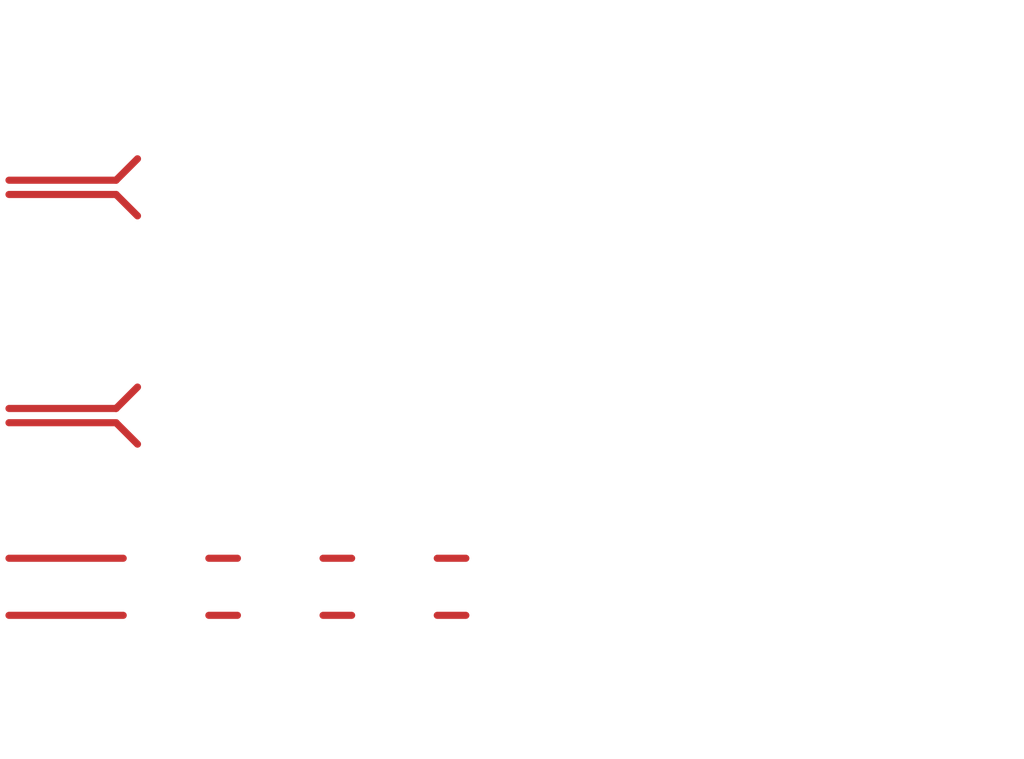
<source format=kicad_pcb>
(kicad_pcb
	(version 20240108)
	(generator "pcbnew")
	(generator_version "8.0")
	(general
		(thickness 1.6)
		(legacy_teardrops no)
	)
	(paper "A4")
	(layers
		(0 "F.Cu" signal)
		(31 "B.Cu" signal)
		(32 "B.Adhes" user "B.Adhesive")
		(33 "F.Adhes" user "F.Adhesive")
		(34 "B.Paste" user)
		(35 "F.Paste" user)
		(36 "B.SilkS" user "B.Silkscreen")
		(37 "F.SilkS" user "F.Silkscreen")
		(38 "B.Mask" user)
		(39 "F.Mask" user)
		(40 "Dwgs.User" user "User.Drawings")
		(41 "Cmts.User" user "User.Comments")
		(42 "Eco1.User" user "User.Eco1")
		(43 "Eco2.User" user "User.Eco2")
		(44 "Edge.Cuts" user)
		(45 "Margin" user)
		(46 "B.CrtYd" user "B.Courtyard")
		(47 "F.CrtYd" user "F.Courtyard")
		(48 "B.Fab" user)
		(49 "F.Fab" user)
		(50 "User.1" user)
		(51 "User.2" user)
		(52 "User.3" user)
		(53 "User.4" user)
		(54 "User.5" user)
		(55 "User.6" user)
		(56 "User.7" user)
		(57 "User.8" user)
		(58 "User.9" user)
	)
	(setup
		(pad_to_mask_clearance 0)
		(allow_soldermask_bridges_in_footprints no)
		(pcbplotparams
			(layerselection 0x00010fc_ffffffff)
			(plot_on_all_layers_selection 0x0000000_00000000)
			(disableapertmacros no)
			(usegerberextensions no)
			(usegerberattributes yes)
			(usegerberadvancedattributes yes)
			(creategerberjobfile yes)
			(dashed_line_dash_ratio 12.000000)
			(dashed_line_gap_ratio 3.000000)
			(svgprecision 4)
			(plotframeref no)
			(viasonmask no)
			(mode 1)
			(useauxorigin no)
			(hpglpennumber 1)
			(hpglpenspeed 20)
			(hpglpendiameter 15.000000)
			(pdf_front_fp_property_popups yes)
			(pdf_back_fp_property_popups yes)
			(dxfpolygonmode yes)
			(dxfimperialunits yes)
			(dxfusepcbnewfont yes)
			(psnegative no)
			(psa4output no)
			(plotreference yes)
			(plotvalue yes)
			(plotfptext yes)
			(plotinvisibletext no)
			(sketchpadsonfab no)
			(subtractmaskfromsilk no)
			(outputformat 1)
			(mirror no)
			(drillshape 1)
			(scaleselection 1)
			(outputdirectory "")
		)
	)
	(net 0 "")
	(gr_line
		(start 207 34)
		(end 209 34)
		(stroke
			(width 0.5)
			(type default)
		)
		(layer "F.Cu")
		(uuid "0f59c70a-bba2-4b92-9ce9-4095acc00f35")
	)
	(gr_line
		(start 200.5 8.5)
		(end 193 8.5)
		(stroke
			(width 0.5)
			(type default)
		)
		(layer "F.Cu")
		(uuid "25bc5f17-5473-4781-b20b-4ec9d8e31335")
	)
	(gr_line
		(start 207 38)
		(end 209 38)
		(stroke
			(width 0.5)
			(type default)
		)
		(layer "F.Cu")
		(uuid "264ea320-e08b-4d23-86cc-908b3239dcf5")
	)
	(gr_line
		(start 223 38)
		(end 225 38)
		(stroke
			(width 0.5)
			(type default)
		)
		(layer "F.Cu")
		(uuid "48f2ed61-691d-4653-8b93-ff6357acd2a7")
	)
	(gr_line
		(start 223 34)
		(end 225 34)
		(stroke
			(width 0.5)
			(type default)
		)
		(layer "F.Cu")
		(uuid "51251cfe-aee4-4022-b2c9-421b989f217e")
	)
	(gr_line
		(start 201 34)
		(end 193 34)
		(stroke
			(width 0.5)
			(type default)
		)
		(layer "F.Cu")
		(uuid "5820a051-0b27-4e34-89d5-2aae7e04313d")
	)
	(gr_line
		(start 202 26)
		(end 200.5 24.5)
		(stroke
			(width 0.5)
			(type default)
		)
		(layer "F.Cu")
		(uuid "6dc8ff40-99b0-4a14-ae2f-336eff146e16")
	)
	(gr_line
		(start 200.5 23.5)
		(end 193 23.5)
		(stroke
			(width 0.5)
			(type default)
		)
		(layer "F.Cu")
		(uuid "6e9de29f-a2ce-42d2-9c03-1fddcc7f5b38")
	)
	(gr_line
		(start 202 10)
		(end 200.5 8.5)
		(stroke
			(width 0.5)
			(type default)
		)
		(layer "F.Cu")
		(uuid "7f6ac355-10fc-4277-b65e-ce55ed2ab2c8")
	)
	(gr_line
		(start 202 22)
		(end 200.5 23.5)
		(stroke
			(width 0.5)
			(type default)
		)
		(layer "F.Cu")
		(uuid "8c2a111a-c62d-4bfa-bf01-11175af653ad")
	)
	(gr_line
		(start 200.5 24.5)
		(end 193 24.5)
		(stroke
			(width 0.5)
			(type default)
		)
		(layer "F.Cu")
		(uuid "9b71c048-ed8d-4609-8ac7-548a1948dbdf")
	)
	(gr_line
		(start 201 38)
		(end 193 38)
		(stroke
			(width 0.5)
			(type default)
		)
		(layer "F.Cu")
		(uuid "9db7a8cf-37c1-4a3f-b12e-f1a46f52325a")
	)
	(gr_line
		(start 215 34)
		(end 217 34)
		(stroke
			(width 0.5)
			(type default)
		)
		(layer "F.Cu")
		(uuid "b616a00d-0122-440e-bf3b-d25b23b1257d")
	)
	(gr_line
		(start 200.5 7.5)
		(end 193 7.5)
		(stroke
			(width 0.5)
			(type default)
		)
		(layer "F.Cu")
		(uuid "caa6b7f8-013b-42a3-bce5-a4d0cef40ce4")
	)
	(gr_line
		(start 202 6)
		(end 200.5 7.5)
		(stroke
			(width 0.5)
			(type default)
		)
		(layer "F.Cu")
		(uuid "d04db3d4-9037-40de-8631-447644b8e6d4")
	)
	(gr_line
		(start 215 38)
		(end 217 38)
		(stroke
			(width 0.5)
			(type default)
		)
		(layer "F.Cu")
		(uuid "ec74dcca-e41b-44e2-8dd2-badfffdad57e")
	)
	(gr_circle
		(center 212 44)
		(end 215 44)
		(stroke
			(width 0.2)
			(type default)
		)
		(fill none)
		(layer "Dwgs.User")
		(uuid "14dfc953-f631-4cd3-8aea-3781f660af32")
	)
	(gr_circle
		(center 204 4)
		(end 207 4)
		(stroke
			(width 0.2)
			(type solid)
		)
		(fill none)
		(layer "Dwgs.User")
		(uuid "17cd316e-304d-4e4c-9f06-99296e2db195")
	)
	(gr_circle
		(center 228 3.935316)
		(end 231 3.935316)
		(stroke
			(width 0.2)
			(type default)
		)
		(fill none)
		(layer "Dwgs.User")
		(uuid "1c394645-cf03-4471-8ca2-9dcb049edce4")
	)
	(gr_line
		(start 264 0)
		(end 264 48)
		(stroke
			(width 0.2)
			(type default)
		)
		(layer "Dwgs.User")
		(uuid "35a0ccfb-13f0-4b69-ae2a-78ca0f4d1dbe")
	)
	(gr_line
		(start 244 0)
		(end 244 48)
		(stroke
			(width 0.2)
			(type default)
		)
		(layer "Dwgs.User")
		(uuid "3a6a6cbb-0af7-4198-9d96-a30286680ade")
	)
	(gr_circle
		(center 228 11.935316)
		(end 231 11.935316)
		(stroke
			(width 0.2)
			(type default)
		)
		(fill none)
		(layer "Dwgs.User")
		(uuid "3b069441-f2ae-40ce-bf32-6913ad145be2")
	)
	(gr_line
		(start 200 0)
		(end 244 0)
		(stroke
			(width 0.2)
			(type default)
		)
		(layer "Dwgs.User")
		(uuid "3b2dd49e-00c1-4f1c-b7d8-bc2eef496971")
	)
	(gr_circle
		(center 212 4)
		(end 215 4)
		(stroke
			(width 0.2)
			(type default)
		)
		(fill none)
		(layer "Dwgs.User")
		(uuid "42388a51-b99f-4111-be08-7588c0f767be")
	)
	(gr_circle
		(center 220 36)
		(end 223 36)
		(stroke
			(width 0.2)
			(type default)
		)
		(fill none)
		(layer "Dwgs.User")
		(uuid "42f5cda1-6c5c-44bf-bf71-5c6c5c4979b3")
	)
	(gr_circle
		(center 220 4)
		(end 223 4)
		(stroke
			(width 0.2)
			(type default)
		)
		(fill none)
		(layer "Dwgs.User")
		(uuid "44272ff4-a6e2-4290-85db-4967a370030f")
	)
	(gr_circle
		(center 204 12)
		(end 207 12)
		(stroke
			(width 0.2)
			(type default)
		)
		(fill none)
		(layer "Dwgs.User")
		(uuid "55cf9a3f-b602-40a2-bc01-6a5939df7b3d")
	)
	(gr_line
		(start 254 23)
		(end 254 25)
		(stroke
			(width 0.2)
			(type default)
		)
		(layer "Dwgs.User")
		(uuid "561c7bb5-8f31-47e6-9a1a-c02f39e9d9eb")
	)
	(gr_circle
		(center 220 28)
		(end 223 28)
		(stroke
			(width 0.2)
			(type default)
		)
		(fill none)
		(layer "Dwgs.User")
		(uuid "571cb9ac-0928-4d62-a36d-4775df7796a0")
	)
	(gr_circle
		(center 204 28)
		(end 207 28)
		(stroke
			(width 0.2)
			(type default)
		)
		(fill none)
		(layer "Dwgs.User")
		(uuid "59c37de8-4603-48d2-b308-dde71592bf05")
	)
	(gr_circle
		(center 204 36)
		(end 207 36)
		(stroke
			(width 0.2)
			(type default)
		)
		(fill none)
		(layer "Dwgs.User")
		(uuid "677ebd70-92b2-4f5c-bbab-a76f08eaeed8")
	)
	(gr_circle
		(center 204 20)
		(end 207 20)
		(stroke
			(width 0.2)
			(type default)
		)
		(fill none)
		(layer "Dwgs.User")
		(uuid "6f4fdd4c-dc21-4829-9e5b-8a6a3ff65ac6")
	)
	(gr_circle
		(center 228 43.935316)
		(end 231 43.935316)
		(stroke
			(width 0.2)
			(type default)
		)
		(fill none)
		(layer "Dwgs.User")
		(uuid "7cfb5e89-214e-433e-bf19-3fea9b3fb104")
	)
	(gr_line
		(start 244 48)
		(end 200 48)
		(stroke
			(width 0.2)
			(type default)
		)
		(layer "Dwgs.User")
		(uuid "924c0166-6ddf-4e46-a463-710fbf8c2a2f")
	)
	(gr_line
		(start 244 2)
		(end 264 2)
		(stroke
			(width 0.2)
			(type default)
		)
		(layer "Dwgs.User")
		(uuid "948bf26b-86ba-4376-ba0a-333792850e40")
	)
	(gr_line
		(start 264 48)
		(end 244 48)
		(stroke
			(width 0.2)
			(type default)
		)
		(layer "Dwgs.User")
		(uuid "99722949-dde9-4ef8-a40a-532917ea3447")
	)
	(gr_line
		(start 200 48)
		(end 200 0)
		(stroke
			(width 0.2)
			(type default)
		)
		(layer "Dwgs.User")
		(uuid "9cc19133-f900-4ec4-869c-add00cab5b67")
	)
	(gr_circle
		(center 212 28)
		(end 215 28)
		(stroke
			(width 0.2)
			(type default)
		)
		(fill none)
		(layer "Dwgs.User")
		(uuid "a1188c68-3ad1-460b-a51a-7704beaf0088")
	)
	(gr_circle
		(center 220 12)
		(end 223 12)
		(stroke
			(width 0.2)
			(type default)
		)
		(fill none)
		(layer "Dwgs.User")
		(uuid "a8a3ff20-27a5-4368-a125-1f91b3cab07c")
	)
	(gr_circle
		(center 212 36)
		(end 215 36)
		(stroke
			(width 0.2)
			(type default)
		)
		(fill none)
		(layer "Dwgs.User")
		(uuid "b1034166-0795-4457-94fe-8dd56ac17216")
	)
	(gr_line
		(start 255 26)
		(end 264 26)
		(stroke
			(width 0.2)
			(type default)
		)
		(layer "Dwgs.User")
		(uuid "b59409a5-702c-43c5-b147-690682a7aa6e")
	)
	(gr_line
		(start 254 25)
		(end 255 26)
		(stroke
			(width 0.2)
			(type default)
		)
		(layer "Dwgs.User")
		(uuid "b8b71235-cdc2-49e6-9eb7-f834042aeef7")
	)
	(gr_circle
		(center 228 19.935316)
		(end 231 20)
		(stroke
			(width 0.2)
			(type default)
		)
		(fill none)
		(layer "Dwgs.User")
		(uuid "bcaff42b-661f-4f42-a800-d5d5d6af3f82")
	)
	(gr_circle
		(center 204 44)
		(end 207 44)
		(stroke
			(width 0.2)
			(type default)
		)
		(fill none)
		(layer "Dwgs.User")
		(uuid "bd244df3-39d8-4b3c-835f-232b6d633592")
	)
	(gr_circle
		(center 228 27.935316)
		(end 231 28)
		(stroke
			(width 0.2)
			(type default)
		)
		(fill none)
		(layer "Dwgs.User")
		(uuid "c240ba84-744f-4104-b3fb-b31ccba8a848")
	)
	(gr_line
		(start 244 46)
		(end 264 46)
		(stroke
			(width 0.2)
			(type default)
		)
		(layer "Dwgs.User")
		(uuid "d27798bb-f91e-41cb-a321-fd0453de1d61")
	)
	(gr_circle
		(center 228 35.935316)
		(end 231 36)
		(stroke
			(width 0.2)
			(type default)
		)
		(fill none)
		(layer "Dwgs.User")
		(uuid "d3976c7f-603e-4367-8efb-e5eb0bf9de9a")
	)
	(gr_circle
		(center 220 20)
		(end 223 20)
		(stroke
			(width 0.2)
			(type default)
		)
		(fill none)
		(layer "Dwgs.User")
		(uuid "d6019fda-0719-4e18-983c-11333db8208c")
	)
	(gr_circle
		(center 220 44)
		(end 223 44)
		(stroke
			(width 0.2)
			(type default)
		)
		(fill none)
		(layer "Dwgs.User")
		(uuid "dcc27747-c25d-45ae-9800-42ca81faf60b")
	)
	(gr_line
		(start 244 0)
		(end 264 0)
		(stroke
			(width 0.2)
			(type default)
		)
		(layer "Dwgs.User")
		(uuid "e13938d5-3e7e-434a-bcba-e6e08a7994b5")
	)
	(gr_line
		(start 264 22)
		(end 255 22)
		(stroke
			(width 0.2)
			(type default)
		)
		(layer "Dwgs.User")
		(uuid "e52c8152-63e0-46bf-9fcc-7172f2251f9e")
	)
	(gr_circle
		(center 212 20)
		(end 215 20)
		(stroke
			(width 0.2)
			(type default)
		)
		(fill none)
		(layer "Dwgs.User")
		(uuid "fa881d01-f0d2-445a-a528-616b4cc0e55a")
	)
	(gr_circle
		(center 212 12)
		(end 215 12)
		(stroke
			(width 0.2)
			(type default)
		)
		(fill none)
		(layer "Dwgs.User")
		(uuid "feb6bca7-471b-4bb3-ba11-8924960a9173")
	)
	(gr_line
		(start 255 22)
		(end 254 23)
		(stroke
			(width 0.2)
			(type default)
		)
		(layer "Dwgs.User")
		(uuid "ff33fa3e-f8a8-4ace-a7f7-3ade3bfed607")
	)
	(gr_text "D4\nNBUS_N"
		(at 204 28 0)
		(layer "Cmts.User")
		(uuid "0cd24504-da01-4081-a332-47f237fc05ff")
		(effects
			(font
				(size 0.8 0.8)
				(thickness 0.15)
				(bold yes)
			)
		)
	)
	(gr_text "C3\nReserved"
		(at 212 20 0)
		(layer "Cmts.User")
		(uuid "0ee31b87-176d-4744-8db1-02b3e9c31c84")
		(effects
			(font
				(size 0.8 0.8)
				(thickness 0.15)
				(bold yes)
			)
		)
	)
	(gr_text "A4\nReserved"
		(at 228 28 0)
		(layer "Cmts.User")
		(uuid "1a7a07cb-14f7-465d-99fe-196713aaffe6")
		(effects
			(font
				(size 0.8 0.8)
				(thickness 0.15)
				(bold yes)
			)
		)
	)
	(gr_text "C4\nGND"
		(at 212 28 0)
		(layer "Cmts.User")
		(uuid "26154c88-dbb1-4321-8b2e-e37c13a086d3")
		(effects
			(font
				(size 0.8 0.8)
				(thickness 0.15)
				(bold yes)
			)
		)
	)
	(gr_text "C1\nGND"
		(at 212 4 0)
		(layer "Cmts.User")
		(uuid "319f8ec8-9a8e-4f50-bedd-661d9d388f91")
		(effects
			(font
				(size 0.8 0.8)
				(thickness 0.15)
				(bold yes)
			)
		)
	)
	(gr_text "A3\nReserved"
		(at 228 19.935316 0)
		(layer "Cmts.User")
		(uuid "3b427347-9cda-42cd-a5b0-ec865df02ef2")
		(effects
			(font
				(size 0.8 0.8)
				(thickness 0.15)
				(bold yes)
			)
		)
	)
	(gr_text "A5\nVBUS_LP"
		(at 228 36 0)
		(layer "Cmts.User")
		(uuid "45fabb09-8280-422b-bbe7-ed3168075711")
		(effects
			(font
				(size 0.8 0.8)
				(thickness 0.15)
				(bold yes)
			)
		)
	)
	(gr_text "B6\nGND"
		(at 220 44 0)
		(layer "Cmts.User")
		(uuid "48d71353-e856-4d91-82e4-591ca4b95f01")
		(effects
			(font
				(size 0.8 0.8)
				(thickness 0.15)
				(bold yes)
			)
		)
	)
	(gr_text "D5\nVBUS_LP"
		(at 204 36 0)
		(layer "Cmts.User")
		(uuid "583de80f-3d3f-49c2-8266-657b276dc435")
		(effects
			(font
				(size 0.8 0.8)
				(thickness 0.15)
				(bold yes)
			)
		)
	)
	(gr_text "C5\nVBUS_LP"
		(at 212 36 0)
		(layer "Cmts.User")
		(uuid "5cb0fe66-17c4-45b5-9cdf-28f546b4a845")
		(effects
			(font
				(size 0.8 0.8)
				(thickness 0.15)
				(bold yes)
			)
		)
	)
	(gr_text "D6\nGND"
		(at 204 44 0)
		(layer "Cmts.User")
		(uuid "746b0cd8-2269-4e03-b2f7-d26308991458")
		(effects
			(font
				(size 0.8 0.8)
				(thickness 0.15)
				(bold yes)
			)
		)
	)
	(gr_text "D1\nSPE_P"
		(at 204 4 0)
		(layer "Cmts.User")
		(uuid "7b55f1fd-8dca-41e3-8f3c-bbd9d4831d91")
		(effects
			(font
				(size 0.8 0.8)
				(thickness 0.15)
				(bold yes)
			)
		)
	)
	(gr_text "A2\nReserved"
		(at 228 11.935316 0)
		(layer "Cmts.User")
		(uuid "81327d18-9eec-4590-a57a-2b7b6431aacd")
		(effects
			(font
				(size 0.8 0.8)
				(thickness 0.15)
				(bold yes)
			)
		)
	)
	(gr_text "D3\nNBUS_P"
		(at 204 20 0)
		(layer "Cmts.User")
		(uuid "87e7f6f3-21bd-47cf-92da-23fe10a39473")
		(effects
			(font
				(size 0.8 0.8)
				(thickness 0.15)
				(bold yes)
			)
		)
	)
	(gr_text "A6\nGND"
		(at 228 43.935316 0)
		(layer "Cmts.User")
		(uuid "96881f21-cdd7-4173-80c1-752e8be1c5b8")
		(effects
			(font
				(size 0.8 0.8)
				(thickness 0.15)
				(bold yes)
			)
		)
	)
	(gr_text "B1\nReserved"
		(at 220 4 0)
		(layer "Cmts.User")
		(uuid "96b0044c-d0c7-481c-9e94-ba9ac1a44399")
		(effects
			(font
				(size 0.8 0.8)
				(thickness 0.15)
				(bold yes)
			)
		)
	)
	(gr_text "D2\nSPE_N"
		(at 204 12 0)
		(layer "Cmts.User")
		(uuid "9bead7f1-827d-495c-b596-c9b40875b1ff")
		(effects
			(font
				(size 0.8 0.8)
				(thickness 0.15)
				(bold yes)
			)
		)
	)
	(gr_text "B3\nReserved"
		(at 220 20 0)
		(layer "Cmts.User")
		(uuid "be1baf11-0638-47b0-9df9-d40d94ae2dcb")
		(effects
			(font
				(size 0.8 0.8)
				(thickness 0.15)
				(bold yes)
			)
		)
	)
	(gr_text "B2\nReserved"
		(at 220 12 0)
		(layer "Cmts.User")
		(uuid "c3b3d756-8e02-4f02-8e9a-86eea24b5a73")
		(effects
			(font
				(size 0.8 0.8)
				(thickness 0.15)
				(bold yes)
			)
		)
	)
	(gr_text "JM1"
		(at 260 43 0)
		(layer "Cmts.User")
		(uuid "d5bbd396-f8e3-419d-9987-b7c49be6ea5f")
		(effects
			(font
				(size 2 2)
				(thickness 0.4)
				(bold yes)
			)
		)
	)
	(gr_text "C2\nReserved"
		(at 212 12 0)
		(layer "Cmts.User")
		(uuid "db24f3b0-96eb-463c-a335-a8f53d60eb58")
		(effects
			(font
				(size 0.8 0.8)
				(thickness 0.15)
				(bold yes)
			)
		)
	)
	(gr_text "A1\nReserved"
		(at 228 3.935316 0)
		(layer "Cmts.User")
		(uuid "db2782a7-9ec0-4722-9675-4763105f6f2f")
		(effects
			(font
				(size 0.8 0.8)
				(thickness 0.15)
				(bold yes)
			)
		)
	)
	(gr_text "C6\nGND"
		(at 212 44 0)
		(layer "Cmts.User")
		(uuid "e2a246e9-e9f1-4e14-9d68-4270f558fb93")
		(effects
			(font
				(size 0.8 0.8)
				(thickness 0.15)
				(bold yes)
			)
		)
	)
	(gr_text "B5\nVBUS_LP"
		(at 220 36 0)
		(layer "Cmts.User")
		(uuid "e8ff9d23-bec5-4089-b814-5cd07b83b2f2")
		(effects
			(font
				(size 0.8 0.8)
				(thickness 0.15)
				(bold yes)
			)
		)
	)
	(gr_text "B4\nReserved"
		(at 220 28 0)
		(layer "Cmts.User")
		(uuid "f8aa1b7b-5b62-4e5d-9be3-6c521f201d5b")
		(effects
			(font
				(size 0.8 0.8)
				(thickness 0.15)
				(bold yes)
			)
		)
	)
	(dimension
		(type leader)
		(layer "Cmts.User")
		(uuid "2c743f80-dcc0-445c-8dde-4ac2e797d0db")
		(pts
			(xy 260 15) (xy 258 15)
		)
		(gr_text "Backplane"
			(at 253 15 0)
			(layer "Cmts.User")
			(uuid "2c743f80-dcc0-445c-8dde-4ac2e797d0db")
			(effects
				(font
					(size 0.8 0.8)
					(thickness 0.15)
				)
			)
		)
		(format
			(prefix "")
			(suffix "")
			(units 0)
			(units_format 0)
			(precision 4)
			(override_value "Backplane")
		)
		(style
			(thickness 0.2)
			(arrow_length 1.27)
			(text_position_mode 0)
			(text_frame 1)
			(extension_offset 0.5)
		)
	)
	(dimension
		(type leader)
		(layer "Cmts.User")
		(uuid "390e17a2-b29b-4054-a319-1fb37c632d1d")
		(pts
			(xy 196 5.5) (xy 198.5 -4)
		)
		(gr_text "Suggested routing"
			(at 198.5 -4 0)
			(layer "Cmts.User")
			(uuid "390e17a2-b29b-4054-a319-1fb37c632d1d")
			(effects
				(font
					(size 0.8 0.8)
					(thickness 0.15)
				)
			)
		)
		(format
			(prefix "")
			(suffix "")
			(units 0)
			(units_format 0)
			(precision 4)
			(override_value "Suggested routing")
		)
		(style
			(thickness 0.2)
			(arrow_length 1.27)
			(text_position_mode 0)
			(text_frame 1)
			(extension_offset 0.5)
		)
	)
)

</source>
